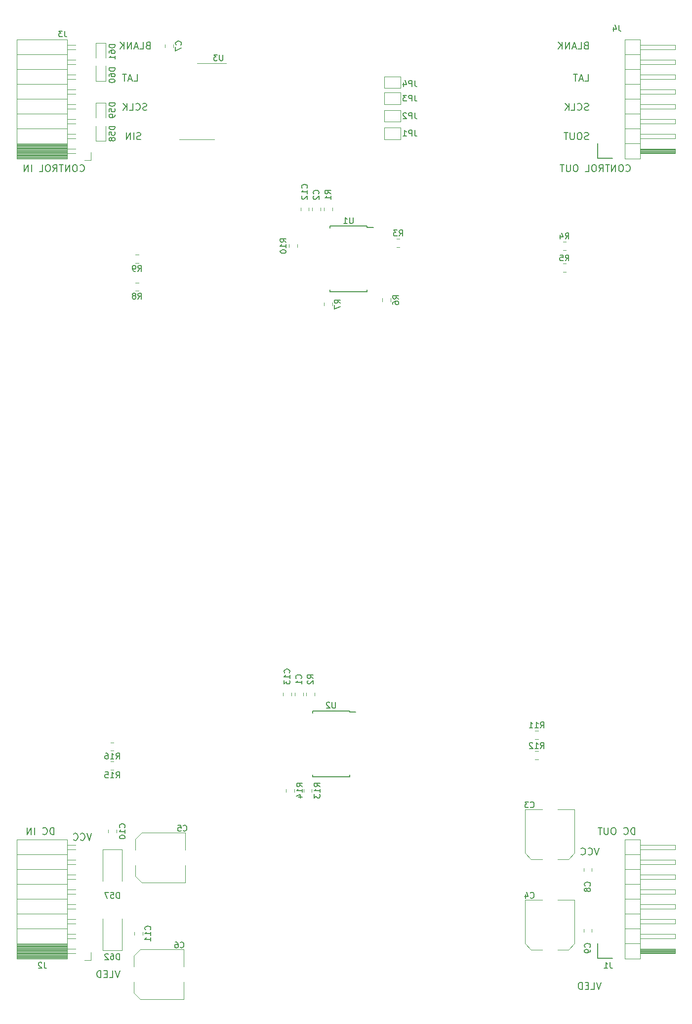
<source format=gbr>
G04 #@! TF.GenerationSoftware,KiCad,Pcbnew,(5.1.4)-1*
G04 #@! TF.CreationDate,2019-11-12T22:00:31+01:00*
G04 #@! TF.ProjectId,Digit,44696769-742e-46b6-9963-61645f706362,rev?*
G04 #@! TF.SameCoordinates,Original*
G04 #@! TF.FileFunction,Legend,Bot*
G04 #@! TF.FilePolarity,Positive*
%FSLAX46Y46*%
G04 Gerber Fmt 4.6, Leading zero omitted, Abs format (unit mm)*
G04 Created by KiCad (PCBNEW (5.1.4)-1) date 2019-11-12 22:00:31*
%MOMM*%
%LPD*%
G04 APERTURE LIST*
%ADD10C,0.200000*%
%ADD11C,0.120000*%
%ADD12C,0.150000*%
G04 APERTURE END LIST*
D10*
X168587142Y-187042857D02*
X168587142Y-185842857D01*
X168301428Y-185842857D01*
X168130000Y-185900000D01*
X168015714Y-186014285D01*
X167958571Y-186128571D01*
X167901428Y-186357142D01*
X167901428Y-186528571D01*
X167958571Y-186757142D01*
X168015714Y-186871428D01*
X168130000Y-186985714D01*
X168301428Y-187042857D01*
X168587142Y-187042857D01*
X166701428Y-186928571D02*
X166758571Y-186985714D01*
X166930000Y-187042857D01*
X167044285Y-187042857D01*
X167215714Y-186985714D01*
X167330000Y-186871428D01*
X167387142Y-186757142D01*
X167444285Y-186528571D01*
X167444285Y-186357142D01*
X167387142Y-186128571D01*
X167330000Y-186014285D01*
X167215714Y-185900000D01*
X167044285Y-185842857D01*
X166930000Y-185842857D01*
X166758571Y-185900000D01*
X166701428Y-185957142D01*
X165044285Y-185842857D02*
X164815714Y-185842857D01*
X164701428Y-185900000D01*
X164587142Y-186014285D01*
X164530000Y-186242857D01*
X164530000Y-186642857D01*
X164587142Y-186871428D01*
X164701428Y-186985714D01*
X164815714Y-187042857D01*
X165044285Y-187042857D01*
X165158571Y-186985714D01*
X165272857Y-186871428D01*
X165330000Y-186642857D01*
X165330000Y-186242857D01*
X165272857Y-186014285D01*
X165158571Y-185900000D01*
X165044285Y-185842857D01*
X164015714Y-185842857D02*
X164015714Y-186814285D01*
X163958571Y-186928571D01*
X163901428Y-186985714D01*
X163787142Y-187042857D01*
X163558571Y-187042857D01*
X163444285Y-186985714D01*
X163387142Y-186928571D01*
X163330000Y-186814285D01*
X163330000Y-185842857D01*
X162930000Y-185842857D02*
X162244285Y-185842857D01*
X162587142Y-187042857D02*
X162587142Y-185842857D01*
X68987142Y-187042857D02*
X68987142Y-185842857D01*
X68701428Y-185842857D01*
X68530000Y-185900000D01*
X68415714Y-186014285D01*
X68358571Y-186128571D01*
X68301428Y-186357142D01*
X68301428Y-186528571D01*
X68358571Y-186757142D01*
X68415714Y-186871428D01*
X68530000Y-186985714D01*
X68701428Y-187042857D01*
X68987142Y-187042857D01*
X67101428Y-186928571D02*
X67158571Y-186985714D01*
X67330000Y-187042857D01*
X67444285Y-187042857D01*
X67615714Y-186985714D01*
X67730000Y-186871428D01*
X67787142Y-186757142D01*
X67844285Y-186528571D01*
X67844285Y-186357142D01*
X67787142Y-186128571D01*
X67730000Y-186014285D01*
X67615714Y-185900000D01*
X67444285Y-185842857D01*
X67330000Y-185842857D01*
X67158571Y-185900000D01*
X67101428Y-185957142D01*
X65672857Y-187042857D02*
X65672857Y-185842857D01*
X65101428Y-187042857D02*
X65101428Y-185842857D01*
X64415714Y-187042857D01*
X64415714Y-185842857D01*
X167058571Y-73428571D02*
X167115714Y-73485714D01*
X167287142Y-73542857D01*
X167401428Y-73542857D01*
X167572857Y-73485714D01*
X167687142Y-73371428D01*
X167744285Y-73257142D01*
X167801428Y-73028571D01*
X167801428Y-72857142D01*
X167744285Y-72628571D01*
X167687142Y-72514285D01*
X167572857Y-72400000D01*
X167401428Y-72342857D01*
X167287142Y-72342857D01*
X167115714Y-72400000D01*
X167058571Y-72457142D01*
X166315714Y-72342857D02*
X166087142Y-72342857D01*
X165972857Y-72400000D01*
X165858571Y-72514285D01*
X165801428Y-72742857D01*
X165801428Y-73142857D01*
X165858571Y-73371428D01*
X165972857Y-73485714D01*
X166087142Y-73542857D01*
X166315714Y-73542857D01*
X166430000Y-73485714D01*
X166544285Y-73371428D01*
X166601428Y-73142857D01*
X166601428Y-72742857D01*
X166544285Y-72514285D01*
X166430000Y-72400000D01*
X166315714Y-72342857D01*
X165287142Y-73542857D02*
X165287142Y-72342857D01*
X164601428Y-73542857D01*
X164601428Y-72342857D01*
X164201428Y-72342857D02*
X163515714Y-72342857D01*
X163858571Y-73542857D02*
X163858571Y-72342857D01*
X162430000Y-73542857D02*
X162830000Y-72971428D01*
X163115714Y-73542857D02*
X163115714Y-72342857D01*
X162658571Y-72342857D01*
X162544285Y-72400000D01*
X162487142Y-72457142D01*
X162430000Y-72571428D01*
X162430000Y-72742857D01*
X162487142Y-72857142D01*
X162544285Y-72914285D01*
X162658571Y-72971428D01*
X163115714Y-72971428D01*
X161687142Y-72342857D02*
X161458571Y-72342857D01*
X161344285Y-72400000D01*
X161230000Y-72514285D01*
X161172857Y-72742857D01*
X161172857Y-73142857D01*
X161230000Y-73371428D01*
X161344285Y-73485714D01*
X161458571Y-73542857D01*
X161687142Y-73542857D01*
X161801428Y-73485714D01*
X161915714Y-73371428D01*
X161972857Y-73142857D01*
X161972857Y-72742857D01*
X161915714Y-72514285D01*
X161801428Y-72400000D01*
X161687142Y-72342857D01*
X160087142Y-73542857D02*
X160658571Y-73542857D01*
X160658571Y-72342857D01*
X158544285Y-72342857D02*
X158315714Y-72342857D01*
X158201428Y-72400000D01*
X158087142Y-72514285D01*
X158030000Y-72742857D01*
X158030000Y-73142857D01*
X158087142Y-73371428D01*
X158201428Y-73485714D01*
X158315714Y-73542857D01*
X158544285Y-73542857D01*
X158658571Y-73485714D01*
X158772857Y-73371428D01*
X158830000Y-73142857D01*
X158830000Y-72742857D01*
X158772857Y-72514285D01*
X158658571Y-72400000D01*
X158544285Y-72342857D01*
X157515714Y-72342857D02*
X157515714Y-73314285D01*
X157458571Y-73428571D01*
X157401428Y-73485714D01*
X157287142Y-73542857D01*
X157058571Y-73542857D01*
X156944285Y-73485714D01*
X156887142Y-73428571D01*
X156830000Y-73314285D01*
X156830000Y-72342857D01*
X156430000Y-72342857D02*
X155744285Y-72342857D01*
X156087142Y-73542857D02*
X156087142Y-72342857D01*
X73458571Y-73428571D02*
X73515714Y-73485714D01*
X73687142Y-73542857D01*
X73801428Y-73542857D01*
X73972857Y-73485714D01*
X74087142Y-73371428D01*
X74144285Y-73257142D01*
X74201428Y-73028571D01*
X74201428Y-72857142D01*
X74144285Y-72628571D01*
X74087142Y-72514285D01*
X73972857Y-72400000D01*
X73801428Y-72342857D01*
X73687142Y-72342857D01*
X73515714Y-72400000D01*
X73458571Y-72457142D01*
X72715714Y-72342857D02*
X72487142Y-72342857D01*
X72372857Y-72400000D01*
X72258571Y-72514285D01*
X72201428Y-72742857D01*
X72201428Y-73142857D01*
X72258571Y-73371428D01*
X72372857Y-73485714D01*
X72487142Y-73542857D01*
X72715714Y-73542857D01*
X72830000Y-73485714D01*
X72944285Y-73371428D01*
X73001428Y-73142857D01*
X73001428Y-72742857D01*
X72944285Y-72514285D01*
X72830000Y-72400000D01*
X72715714Y-72342857D01*
X71687142Y-73542857D02*
X71687142Y-72342857D01*
X71001428Y-73542857D01*
X71001428Y-72342857D01*
X70601428Y-72342857D02*
X69915714Y-72342857D01*
X70258571Y-73542857D02*
X70258571Y-72342857D01*
X68830000Y-73542857D02*
X69230000Y-72971428D01*
X69515714Y-73542857D02*
X69515714Y-72342857D01*
X69058571Y-72342857D01*
X68944285Y-72400000D01*
X68887142Y-72457142D01*
X68830000Y-72571428D01*
X68830000Y-72742857D01*
X68887142Y-72857142D01*
X68944285Y-72914285D01*
X69058571Y-72971428D01*
X69515714Y-72971428D01*
X68087142Y-72342857D02*
X67858571Y-72342857D01*
X67744285Y-72400000D01*
X67630000Y-72514285D01*
X67572857Y-72742857D01*
X67572857Y-73142857D01*
X67630000Y-73371428D01*
X67744285Y-73485714D01*
X67858571Y-73542857D01*
X68087142Y-73542857D01*
X68201428Y-73485714D01*
X68315714Y-73371428D01*
X68372857Y-73142857D01*
X68372857Y-72742857D01*
X68315714Y-72514285D01*
X68201428Y-72400000D01*
X68087142Y-72342857D01*
X66487142Y-73542857D02*
X67058571Y-73542857D01*
X67058571Y-72342857D01*
X65172857Y-73542857D02*
X65172857Y-72342857D01*
X64601428Y-73542857D02*
X64601428Y-72342857D01*
X63915714Y-73542857D01*
X63915714Y-72342857D01*
X162444285Y-189342857D02*
X162044285Y-190542857D01*
X161644285Y-189342857D01*
X160558571Y-190428571D02*
X160615714Y-190485714D01*
X160787142Y-190542857D01*
X160901428Y-190542857D01*
X161072857Y-190485714D01*
X161187142Y-190371428D01*
X161244285Y-190257142D01*
X161301428Y-190028571D01*
X161301428Y-189857142D01*
X161244285Y-189628571D01*
X161187142Y-189514285D01*
X161072857Y-189400000D01*
X160901428Y-189342857D01*
X160787142Y-189342857D01*
X160615714Y-189400000D01*
X160558571Y-189457142D01*
X159358571Y-190428571D02*
X159415714Y-190485714D01*
X159587142Y-190542857D01*
X159701428Y-190542857D01*
X159872857Y-190485714D01*
X159987142Y-190371428D01*
X160044285Y-190257142D01*
X160101428Y-190028571D01*
X160101428Y-189857142D01*
X160044285Y-189628571D01*
X159987142Y-189514285D01*
X159872857Y-189400000D01*
X159701428Y-189342857D01*
X159587142Y-189342857D01*
X159415714Y-189400000D01*
X159358571Y-189457142D01*
X162801428Y-212342857D02*
X162401428Y-213542857D01*
X162001428Y-212342857D01*
X161030000Y-213542857D02*
X161601428Y-213542857D01*
X161601428Y-212342857D01*
X160630000Y-212914285D02*
X160230000Y-212914285D01*
X160058571Y-213542857D02*
X160630000Y-213542857D01*
X160630000Y-212342857D01*
X160058571Y-212342857D01*
X159544285Y-213542857D02*
X159544285Y-212342857D01*
X159258571Y-212342857D01*
X159087142Y-212400000D01*
X158972857Y-212514285D01*
X158915714Y-212628571D01*
X158858571Y-212857142D01*
X158858571Y-213028571D01*
X158915714Y-213257142D01*
X158972857Y-213371428D01*
X159087142Y-213485714D01*
X159258571Y-213542857D01*
X159544285Y-213542857D01*
X75444285Y-186842857D02*
X75044285Y-188042857D01*
X74644285Y-186842857D01*
X73558571Y-187928571D02*
X73615714Y-187985714D01*
X73787142Y-188042857D01*
X73901428Y-188042857D01*
X74072857Y-187985714D01*
X74187142Y-187871428D01*
X74244285Y-187757142D01*
X74301428Y-187528571D01*
X74301428Y-187357142D01*
X74244285Y-187128571D01*
X74187142Y-187014285D01*
X74072857Y-186900000D01*
X73901428Y-186842857D01*
X73787142Y-186842857D01*
X73615714Y-186900000D01*
X73558571Y-186957142D01*
X72358571Y-187928571D02*
X72415714Y-187985714D01*
X72587142Y-188042857D01*
X72701428Y-188042857D01*
X72872857Y-187985714D01*
X72987142Y-187871428D01*
X73044285Y-187757142D01*
X73101428Y-187528571D01*
X73101428Y-187357142D01*
X73044285Y-187128571D01*
X72987142Y-187014285D01*
X72872857Y-186900000D01*
X72701428Y-186842857D01*
X72587142Y-186842857D01*
X72415714Y-186900000D01*
X72358571Y-186957142D01*
X80301428Y-210342857D02*
X79901428Y-211542857D01*
X79501428Y-210342857D01*
X78530000Y-211542857D02*
X79101428Y-211542857D01*
X79101428Y-210342857D01*
X78130000Y-210914285D02*
X77730000Y-210914285D01*
X77558571Y-211542857D02*
X78130000Y-211542857D01*
X78130000Y-210342857D01*
X77558571Y-210342857D01*
X77044285Y-211542857D02*
X77044285Y-210342857D01*
X76758571Y-210342857D01*
X76587142Y-210400000D01*
X76472857Y-210514285D01*
X76415714Y-210628571D01*
X76358571Y-210857142D01*
X76358571Y-211028571D01*
X76415714Y-211257142D01*
X76472857Y-211371428D01*
X76587142Y-211485714D01*
X76758571Y-211542857D01*
X77044285Y-211542857D01*
X160641428Y-62985714D02*
X160470000Y-63042857D01*
X160184285Y-63042857D01*
X160070000Y-62985714D01*
X160012857Y-62928571D01*
X159955714Y-62814285D01*
X159955714Y-62700000D01*
X160012857Y-62585714D01*
X160070000Y-62528571D01*
X160184285Y-62471428D01*
X160412857Y-62414285D01*
X160527142Y-62357142D01*
X160584285Y-62300000D01*
X160641428Y-62185714D01*
X160641428Y-62071428D01*
X160584285Y-61957142D01*
X160527142Y-61900000D01*
X160412857Y-61842857D01*
X160127142Y-61842857D01*
X159955714Y-61900000D01*
X158755714Y-62928571D02*
X158812857Y-62985714D01*
X158984285Y-63042857D01*
X159098571Y-63042857D01*
X159270000Y-62985714D01*
X159384285Y-62871428D01*
X159441428Y-62757142D01*
X159498571Y-62528571D01*
X159498571Y-62357142D01*
X159441428Y-62128571D01*
X159384285Y-62014285D01*
X159270000Y-61900000D01*
X159098571Y-61842857D01*
X158984285Y-61842857D01*
X158812857Y-61900000D01*
X158755714Y-61957142D01*
X157670000Y-63042857D02*
X158241428Y-63042857D01*
X158241428Y-61842857D01*
X157270000Y-63042857D02*
X157270000Y-61842857D01*
X156584285Y-63042857D02*
X157098571Y-62357142D01*
X156584285Y-61842857D02*
X157270000Y-62528571D01*
X160641428Y-67985714D02*
X160470000Y-68042857D01*
X160184285Y-68042857D01*
X160070000Y-67985714D01*
X160012857Y-67928571D01*
X159955714Y-67814285D01*
X159955714Y-67700000D01*
X160012857Y-67585714D01*
X160070000Y-67528571D01*
X160184285Y-67471428D01*
X160412857Y-67414285D01*
X160527142Y-67357142D01*
X160584285Y-67300000D01*
X160641428Y-67185714D01*
X160641428Y-67071428D01*
X160584285Y-66957142D01*
X160527142Y-66900000D01*
X160412857Y-66842857D01*
X160127142Y-66842857D01*
X159955714Y-66900000D01*
X159212857Y-66842857D02*
X158984285Y-66842857D01*
X158870000Y-66900000D01*
X158755714Y-67014285D01*
X158698571Y-67242857D01*
X158698571Y-67642857D01*
X158755714Y-67871428D01*
X158870000Y-67985714D01*
X158984285Y-68042857D01*
X159212857Y-68042857D01*
X159327142Y-67985714D01*
X159441428Y-67871428D01*
X159498571Y-67642857D01*
X159498571Y-67242857D01*
X159441428Y-67014285D01*
X159327142Y-66900000D01*
X159212857Y-66842857D01*
X158184285Y-66842857D02*
X158184285Y-67814285D01*
X158127142Y-67928571D01*
X158070000Y-67985714D01*
X157955714Y-68042857D01*
X157727142Y-68042857D01*
X157612857Y-67985714D01*
X157555714Y-67928571D01*
X157498571Y-67814285D01*
X157498571Y-66842857D01*
X157098571Y-66842857D02*
X156412857Y-66842857D01*
X156755714Y-68042857D02*
X156755714Y-66842857D01*
X160012857Y-58042857D02*
X160584285Y-58042857D01*
X160584285Y-56842857D01*
X159670000Y-57700000D02*
X159098571Y-57700000D01*
X159784285Y-58042857D02*
X159384285Y-56842857D01*
X158984285Y-58042857D01*
X158755714Y-56842857D02*
X158070000Y-56842857D01*
X158412857Y-58042857D02*
X158412857Y-56842857D01*
X160184285Y-51914285D02*
X160012857Y-51971428D01*
X159955714Y-52028571D01*
X159898571Y-52142857D01*
X159898571Y-52314285D01*
X159955714Y-52428571D01*
X160012857Y-52485714D01*
X160127142Y-52542857D01*
X160584285Y-52542857D01*
X160584285Y-51342857D01*
X160184285Y-51342857D01*
X160070000Y-51400000D01*
X160012857Y-51457142D01*
X159955714Y-51571428D01*
X159955714Y-51685714D01*
X160012857Y-51800000D01*
X160070000Y-51857142D01*
X160184285Y-51914285D01*
X160584285Y-51914285D01*
X158812857Y-52542857D02*
X159384285Y-52542857D01*
X159384285Y-51342857D01*
X158470000Y-52200000D02*
X157898571Y-52200000D01*
X158584285Y-52542857D02*
X158184285Y-51342857D01*
X157784285Y-52542857D01*
X157384285Y-52542857D02*
X157384285Y-51342857D01*
X156698571Y-52542857D01*
X156698571Y-51342857D01*
X156127142Y-52542857D02*
X156127142Y-51342857D01*
X155441428Y-52542857D02*
X155955714Y-51857142D01*
X155441428Y-51342857D02*
X156127142Y-52028571D01*
X83872857Y-67985714D02*
X83701428Y-68042857D01*
X83415714Y-68042857D01*
X83301428Y-67985714D01*
X83244285Y-67928571D01*
X83187142Y-67814285D01*
X83187142Y-67700000D01*
X83244285Y-67585714D01*
X83301428Y-67528571D01*
X83415714Y-67471428D01*
X83644285Y-67414285D01*
X83758571Y-67357142D01*
X83815714Y-67300000D01*
X83872857Y-67185714D01*
X83872857Y-67071428D01*
X83815714Y-66957142D01*
X83758571Y-66900000D01*
X83644285Y-66842857D01*
X83358571Y-66842857D01*
X83187142Y-66900000D01*
X82672857Y-68042857D02*
X82672857Y-66842857D01*
X82101428Y-68042857D02*
X82101428Y-66842857D01*
X81415714Y-68042857D01*
X81415714Y-66842857D01*
X84915714Y-62985714D02*
X84744285Y-63042857D01*
X84458571Y-63042857D01*
X84344285Y-62985714D01*
X84287142Y-62928571D01*
X84230000Y-62814285D01*
X84230000Y-62700000D01*
X84287142Y-62585714D01*
X84344285Y-62528571D01*
X84458571Y-62471428D01*
X84687142Y-62414285D01*
X84801428Y-62357142D01*
X84858571Y-62300000D01*
X84915714Y-62185714D01*
X84915714Y-62071428D01*
X84858571Y-61957142D01*
X84801428Y-61900000D01*
X84687142Y-61842857D01*
X84401428Y-61842857D01*
X84230000Y-61900000D01*
X83030000Y-62928571D02*
X83087142Y-62985714D01*
X83258571Y-63042857D01*
X83372857Y-63042857D01*
X83544285Y-62985714D01*
X83658571Y-62871428D01*
X83715714Y-62757142D01*
X83772857Y-62528571D01*
X83772857Y-62357142D01*
X83715714Y-62128571D01*
X83658571Y-62014285D01*
X83544285Y-61900000D01*
X83372857Y-61842857D01*
X83258571Y-61842857D01*
X83087142Y-61900000D01*
X83030000Y-61957142D01*
X81944285Y-63042857D02*
X82515714Y-63042857D01*
X82515714Y-61842857D01*
X81544285Y-63042857D02*
X81544285Y-61842857D01*
X80858571Y-63042857D02*
X81372857Y-62357142D01*
X80858571Y-61842857D02*
X81544285Y-62528571D01*
X82687142Y-58042857D02*
X83258571Y-58042857D01*
X83258571Y-56842857D01*
X82344285Y-57700000D02*
X81772857Y-57700000D01*
X82458571Y-58042857D02*
X82058571Y-56842857D01*
X81658571Y-58042857D01*
X81430000Y-56842857D02*
X80744285Y-56842857D01*
X81087142Y-58042857D02*
X81087142Y-56842857D01*
X85101428Y-51914285D02*
X84930000Y-51971428D01*
X84872857Y-52028571D01*
X84815714Y-52142857D01*
X84815714Y-52314285D01*
X84872857Y-52428571D01*
X84930000Y-52485714D01*
X85044285Y-52542857D01*
X85501428Y-52542857D01*
X85501428Y-51342857D01*
X85101428Y-51342857D01*
X84987142Y-51400000D01*
X84930000Y-51457142D01*
X84872857Y-51571428D01*
X84872857Y-51685714D01*
X84930000Y-51800000D01*
X84987142Y-51857142D01*
X85101428Y-51914285D01*
X85501428Y-51914285D01*
X83730000Y-52542857D02*
X84301428Y-52542857D01*
X84301428Y-51342857D01*
X83387142Y-52200000D02*
X82815714Y-52200000D01*
X83501428Y-52542857D02*
X83101428Y-51342857D01*
X82701428Y-52542857D01*
X82301428Y-52542857D02*
X82301428Y-51342857D01*
X81615714Y-52542857D01*
X81615714Y-51342857D01*
X81044285Y-52542857D02*
X81044285Y-51342857D01*
X80358571Y-52542857D02*
X80872857Y-51857142D01*
X80358571Y-51342857D02*
X81044285Y-52028571D01*
D11*
X78741422Y-171290000D02*
X79258578Y-171290000D01*
X78741422Y-172710000D02*
X79258578Y-172710000D01*
X78741422Y-174540000D02*
X79258578Y-174540000D01*
X78741422Y-175960000D02*
X79258578Y-175960000D01*
X108790000Y-179758578D02*
X108790000Y-179241422D01*
X110210000Y-179758578D02*
X110210000Y-179241422D01*
X111790000Y-179758578D02*
X111790000Y-179241422D01*
X113210000Y-179758578D02*
X113210000Y-179241422D01*
X152008578Y-174210000D02*
X151491422Y-174210000D01*
X152008578Y-172790000D02*
X151491422Y-172790000D01*
X152008578Y-170710000D02*
X151491422Y-170710000D01*
X152008578Y-169290000D02*
X151491422Y-169290000D01*
X110710000Y-85991422D02*
X110710000Y-86508578D01*
X109290000Y-85991422D02*
X109290000Y-86508578D01*
X82991422Y-87790000D02*
X83508578Y-87790000D01*
X82991422Y-89210000D02*
X83508578Y-89210000D01*
X82991422Y-92540000D02*
X83508578Y-92540000D01*
X82991422Y-93960000D02*
X83508578Y-93960000D01*
X115290000Y-96508578D02*
X115290000Y-95991422D01*
X116710000Y-96508578D02*
X116710000Y-95991422D01*
X125290000Y-95758578D02*
X125290000Y-95241422D01*
X126710000Y-95758578D02*
X126710000Y-95241422D01*
X156758578Y-90710000D02*
X156241422Y-90710000D01*
X156758578Y-89290000D02*
X156241422Y-89290000D01*
X156758578Y-86960000D02*
X156241422Y-86960000D01*
X156758578Y-85540000D02*
X156241422Y-85540000D01*
X128258578Y-86460000D02*
X127741422Y-86460000D01*
X128258578Y-85040000D02*
X127741422Y-85040000D01*
X82740000Y-207804437D02*
X83804437Y-206740000D01*
X82740000Y-214195563D02*
X83804437Y-215260000D01*
X82740000Y-214195563D02*
X82740000Y-212310000D01*
X82740000Y-207804437D02*
X82740000Y-209690000D01*
X83804437Y-206740000D02*
X91260000Y-206740000D01*
X83804437Y-215260000D02*
X91260000Y-215260000D01*
X91260000Y-215260000D02*
X91260000Y-212310000D01*
X91260000Y-206740000D02*
X91260000Y-209690000D01*
X82990000Y-187804437D02*
X84054437Y-186740000D01*
X82990000Y-194195563D02*
X84054437Y-195260000D01*
X82990000Y-194195563D02*
X82990000Y-192310000D01*
X82990000Y-187804437D02*
X82990000Y-189690000D01*
X84054437Y-186740000D02*
X91510000Y-186740000D01*
X84054437Y-195260000D02*
X91510000Y-195260000D01*
X91510000Y-195260000D02*
X91510000Y-192310000D01*
X91510000Y-186740000D02*
X91510000Y-189690000D01*
X150804437Y-206760000D02*
X149740000Y-205695563D01*
X157195563Y-206760000D02*
X158260000Y-205695563D01*
X157195563Y-206760000D02*
X155310000Y-206760000D01*
X150804437Y-206760000D02*
X152690000Y-206760000D01*
X149740000Y-205695563D02*
X149740000Y-198240000D01*
X158260000Y-205695563D02*
X158260000Y-198240000D01*
X158260000Y-198240000D02*
X155310000Y-198240000D01*
X149740000Y-198240000D02*
X152690000Y-198240000D01*
X150804437Y-191260000D02*
X149740000Y-190195563D01*
X157195563Y-191260000D02*
X158260000Y-190195563D01*
X157195563Y-191260000D02*
X155310000Y-191260000D01*
X150804437Y-191260000D02*
X152690000Y-191260000D01*
X149740000Y-190195563D02*
X149740000Y-182740000D01*
X158260000Y-190195563D02*
X158260000Y-182740000D01*
X158260000Y-182740000D02*
X155310000Y-182740000D01*
X149740000Y-182740000D02*
X152690000Y-182740000D01*
X108290000Y-163258578D02*
X108290000Y-162741422D01*
X109710000Y-163258578D02*
X109710000Y-162741422D01*
X111290000Y-80258578D02*
X111290000Y-79741422D01*
X112710000Y-80258578D02*
X112710000Y-79741422D01*
X125600000Y-59250000D02*
X128400000Y-59250000D01*
X128400000Y-59250000D02*
X128400000Y-57250000D01*
X128400000Y-57250000D02*
X125600000Y-57250000D01*
X125600000Y-57250000D02*
X125600000Y-59250000D01*
X125600000Y-62000000D02*
X128400000Y-62000000D01*
X128400000Y-62000000D02*
X128400000Y-60000000D01*
X128400000Y-60000000D02*
X125600000Y-60000000D01*
X125600000Y-60000000D02*
X125600000Y-62000000D01*
X125600000Y-65000000D02*
X128400000Y-65000000D01*
X128400000Y-65000000D02*
X128400000Y-63000000D01*
X128400000Y-63000000D02*
X125600000Y-63000000D01*
X125600000Y-63000000D02*
X125600000Y-65000000D01*
X125600000Y-68000000D02*
X128400000Y-68000000D01*
X128400000Y-68000000D02*
X128400000Y-66000000D01*
X128400000Y-66000000D02*
X125600000Y-66000000D01*
X125600000Y-66000000D02*
X125600000Y-68000000D01*
X80650000Y-206900000D02*
X80650000Y-201500000D01*
X77350000Y-206900000D02*
X77350000Y-201500000D01*
X80650000Y-206900000D02*
X77350000Y-206900000D01*
X76150000Y-51500000D02*
X76150000Y-54050000D01*
X77850000Y-51500000D02*
X77850000Y-54050000D01*
X76150000Y-51500000D02*
X77850000Y-51500000D01*
X77850000Y-58000000D02*
X77850000Y-55450000D01*
X76150000Y-58000000D02*
X76150000Y-55450000D01*
X77850000Y-58000000D02*
X76150000Y-58000000D01*
X76150000Y-61750000D02*
X76150000Y-64300000D01*
X77850000Y-61750000D02*
X77850000Y-64300000D01*
X76150000Y-61750000D02*
X77850000Y-61750000D01*
X77850000Y-68250000D02*
X77850000Y-65700000D01*
X76150000Y-68250000D02*
X76150000Y-65700000D01*
X77850000Y-68250000D02*
X76150000Y-68250000D01*
X77350000Y-189600000D02*
X77350000Y-195000000D01*
X80650000Y-189600000D02*
X80650000Y-195000000D01*
X77350000Y-189600000D02*
X80650000Y-189600000D01*
X82790000Y-204258578D02*
X82790000Y-203741422D01*
X84210000Y-204258578D02*
X84210000Y-203741422D01*
X78290000Y-186758578D02*
X78290000Y-186241422D01*
X79710000Y-186758578D02*
X79710000Y-186241422D01*
X159790000Y-203758578D02*
X159790000Y-203241422D01*
X161210000Y-203758578D02*
X161210000Y-203241422D01*
X161210000Y-192803922D02*
X161210000Y-193321078D01*
X159790000Y-192803922D02*
X159790000Y-193321078D01*
X88040000Y-52258578D02*
X88040000Y-51741422D01*
X89460000Y-52258578D02*
X89460000Y-51741422D01*
X98500000Y-54970000D02*
X93500000Y-54970000D01*
X96500000Y-68030000D02*
X90500000Y-68030000D01*
D12*
X120750000Y-166100000D02*
X119675000Y-166100000D01*
X119675000Y-166100000D02*
X119675000Y-165875000D01*
X119675000Y-165875000D02*
X113325000Y-165875000D01*
X113325000Y-165875000D02*
X113325000Y-166200000D01*
X119675000Y-176800000D02*
X119675000Y-177125000D01*
X119675000Y-177125000D02*
X113325000Y-177125000D01*
X113325000Y-177125000D02*
X113325000Y-176800000D01*
X162210000Y-71270000D02*
X162210000Y-68730000D01*
X164750000Y-71270000D02*
X162210000Y-71270000D01*
D11*
X166825000Y-71330000D02*
X166825000Y-50950000D01*
X169485000Y-71330000D02*
X169485000Y-50950000D01*
X169485000Y-60220000D02*
X175485000Y-60220000D01*
X175485000Y-70380000D02*
X175485000Y-69620000D01*
X175485000Y-59460000D02*
X169485000Y-59460000D01*
X169485000Y-65300000D02*
X175485000Y-65300000D01*
X166825000Y-56030000D02*
X169485000Y-56030000D01*
X169485000Y-52600000D02*
X175485000Y-52600000D01*
X166825000Y-58570000D02*
X169485000Y-58570000D01*
X166825000Y-50950000D02*
X169485000Y-50950000D01*
X166825000Y-61110000D02*
X169485000Y-61110000D01*
X166825000Y-63650000D02*
X169485000Y-63650000D01*
X169485000Y-70380000D02*
X175485000Y-70380000D01*
X175485000Y-54380000D02*
X169485000Y-54380000D01*
X169485000Y-70200000D02*
X175485000Y-70200000D01*
X175485000Y-67840000D02*
X175485000Y-67080000D01*
X166825000Y-66190000D02*
X169485000Y-66190000D01*
X175485000Y-51840000D02*
X169485000Y-51840000D01*
X169485000Y-70080000D02*
X175485000Y-70080000D01*
X166825000Y-68730000D02*
X169485000Y-68730000D01*
X169485000Y-70320000D02*
X175485000Y-70320000D01*
X175485000Y-52600000D02*
X175485000Y-51840000D01*
X175485000Y-60220000D02*
X175485000Y-59460000D01*
X169485000Y-55140000D02*
X175485000Y-55140000D01*
X169485000Y-67840000D02*
X175485000Y-67840000D01*
X175485000Y-56920000D02*
X169485000Y-56920000D01*
X175485000Y-67080000D02*
X169485000Y-67080000D01*
X175485000Y-57680000D02*
X175485000Y-56920000D01*
X175485000Y-65300000D02*
X175485000Y-64540000D01*
X169485000Y-62760000D02*
X175485000Y-62760000D01*
X169485000Y-69960000D02*
X175485000Y-69960000D01*
X169485000Y-57680000D02*
X175485000Y-57680000D01*
X175485000Y-55140000D02*
X175485000Y-54380000D01*
X175485000Y-62760000D02*
X175485000Y-62000000D01*
X169485000Y-69720000D02*
X175485000Y-69720000D01*
X175485000Y-62000000D02*
X169485000Y-62000000D01*
X175485000Y-64540000D02*
X169485000Y-64540000D01*
X166825000Y-53490000D02*
X169485000Y-53490000D01*
X175485000Y-69620000D02*
X169485000Y-69620000D01*
X169485000Y-69840000D02*
X175485000Y-69840000D01*
X169485000Y-71330000D02*
X166825000Y-71330000D01*
X71270000Y-51860000D02*
X72730000Y-51860000D01*
X71270000Y-52580000D02*
X72730000Y-52580000D01*
X71270000Y-54400000D02*
X72730000Y-54400000D01*
X71270000Y-55120000D02*
X72730000Y-55120000D01*
X71270000Y-56940000D02*
X72730000Y-56940000D01*
X71270000Y-57660000D02*
X72730000Y-57660000D01*
X71270000Y-59480000D02*
X72730000Y-59480000D01*
X71270000Y-60200000D02*
X72730000Y-60200000D01*
X71270000Y-62020000D02*
X72730000Y-62020000D01*
X71270000Y-62740000D02*
X72730000Y-62740000D01*
X71270000Y-64560000D02*
X72730000Y-64560000D01*
X71270000Y-65280000D02*
X72730000Y-65280000D01*
X71270000Y-67100000D02*
X72730000Y-67100000D01*
X71270000Y-67820000D02*
X72730000Y-67820000D01*
X74254000Y-71584000D02*
X75364000Y-71584000D01*
X75364000Y-71584000D02*
X75364000Y-70254000D01*
X62640000Y-71330000D02*
X62640000Y-50890000D01*
X62640000Y-50890000D02*
X71270000Y-50890000D01*
X71270000Y-71330000D02*
X71270000Y-50890000D01*
X62640000Y-71330000D02*
X71270000Y-71330000D01*
X62640000Y-53490000D02*
X71270000Y-53490000D01*
X62640000Y-56030000D02*
X71270000Y-56030000D01*
X62640000Y-58570000D02*
X71270000Y-58570000D01*
X62640000Y-61110000D02*
X71270000Y-61110000D01*
X62640000Y-63650000D02*
X71270000Y-63650000D01*
X62640000Y-66190000D02*
X71270000Y-66190000D01*
X62640000Y-68730000D02*
X71270000Y-68730000D01*
X71270000Y-69640000D02*
X72730000Y-69640000D01*
X71270000Y-70360000D02*
X72730000Y-70360000D01*
X62640000Y-68848100D02*
X71270000Y-68848100D01*
X62640000Y-68966195D02*
X71270000Y-68966195D01*
X62640000Y-69084290D02*
X71270000Y-69084290D01*
X62640000Y-69202385D02*
X71270000Y-69202385D01*
X62640000Y-69320480D02*
X71270000Y-69320480D01*
X62640000Y-69438575D02*
X71270000Y-69438575D01*
X62640000Y-69556670D02*
X71270000Y-69556670D01*
X62640000Y-69674765D02*
X71270000Y-69674765D01*
X62640000Y-69792860D02*
X71270000Y-69792860D01*
X62640000Y-69910955D02*
X71270000Y-69910955D01*
X62640000Y-70029050D02*
X71270000Y-70029050D01*
X62640000Y-70147145D02*
X71270000Y-70147145D01*
X62640000Y-70265240D02*
X71270000Y-70265240D01*
X62640000Y-70383335D02*
X71270000Y-70383335D01*
X62640000Y-70501430D02*
X71270000Y-70501430D01*
X62640000Y-70619525D02*
X71270000Y-70619525D01*
X62640000Y-70737620D02*
X71270000Y-70737620D01*
X62640000Y-70855715D02*
X71270000Y-70855715D01*
X62640000Y-70973810D02*
X71270000Y-70973810D01*
X62640000Y-71091905D02*
X71270000Y-71091905D01*
X62640000Y-71210000D02*
X71270000Y-71210000D01*
X71270000Y-188860000D02*
X72730000Y-188860000D01*
X71270000Y-189580000D02*
X72730000Y-189580000D01*
X71270000Y-191400000D02*
X72730000Y-191400000D01*
X71270000Y-192120000D02*
X72730000Y-192120000D01*
X71270000Y-193940000D02*
X72730000Y-193940000D01*
X71270000Y-194660000D02*
X72730000Y-194660000D01*
X71270000Y-196480000D02*
X72730000Y-196480000D01*
X71270000Y-197200000D02*
X72730000Y-197200000D01*
X71270000Y-199020000D02*
X72730000Y-199020000D01*
X71270000Y-199740000D02*
X72730000Y-199740000D01*
X71270000Y-201560000D02*
X72730000Y-201560000D01*
X71270000Y-202280000D02*
X72730000Y-202280000D01*
X71270000Y-204100000D02*
X72730000Y-204100000D01*
X71270000Y-204820000D02*
X72730000Y-204820000D01*
X74254000Y-208584000D02*
X75364000Y-208584000D01*
X75364000Y-208584000D02*
X75364000Y-207254000D01*
X62640000Y-208330000D02*
X62640000Y-187890000D01*
X62640000Y-187890000D02*
X71270000Y-187890000D01*
X71270000Y-208330000D02*
X71270000Y-187890000D01*
X62640000Y-208330000D02*
X71270000Y-208330000D01*
X62640000Y-190490000D02*
X71270000Y-190490000D01*
X62640000Y-193030000D02*
X71270000Y-193030000D01*
X62640000Y-195570000D02*
X71270000Y-195570000D01*
X62640000Y-198110000D02*
X71270000Y-198110000D01*
X62640000Y-200650000D02*
X71270000Y-200650000D01*
X62640000Y-203190000D02*
X71270000Y-203190000D01*
X62640000Y-205730000D02*
X71270000Y-205730000D01*
X71270000Y-206640000D02*
X72730000Y-206640000D01*
X71270000Y-207360000D02*
X72730000Y-207360000D01*
X62640000Y-205848100D02*
X71270000Y-205848100D01*
X62640000Y-205966195D02*
X71270000Y-205966195D01*
X62640000Y-206084290D02*
X71270000Y-206084290D01*
X62640000Y-206202385D02*
X71270000Y-206202385D01*
X62640000Y-206320480D02*
X71270000Y-206320480D01*
X62640000Y-206438575D02*
X71270000Y-206438575D01*
X62640000Y-206556670D02*
X71270000Y-206556670D01*
X62640000Y-206674765D02*
X71270000Y-206674765D01*
X62640000Y-206792860D02*
X71270000Y-206792860D01*
X62640000Y-206910955D02*
X71270000Y-206910955D01*
X62640000Y-207029050D02*
X71270000Y-207029050D01*
X62640000Y-207147145D02*
X71270000Y-207147145D01*
X62640000Y-207265240D02*
X71270000Y-207265240D01*
X62640000Y-207383335D02*
X71270000Y-207383335D01*
X62640000Y-207501430D02*
X71270000Y-207501430D01*
X62640000Y-207619525D02*
X71270000Y-207619525D01*
X62640000Y-207737620D02*
X71270000Y-207737620D01*
X62640000Y-207855715D02*
X71270000Y-207855715D01*
X62640000Y-207973810D02*
X71270000Y-207973810D01*
X62640000Y-208091905D02*
X71270000Y-208091905D01*
X62640000Y-208210000D02*
X71270000Y-208210000D01*
D12*
X162210000Y-208270000D02*
X162210000Y-205730000D01*
X164750000Y-208270000D02*
X162210000Y-208270000D01*
D11*
X166825000Y-208330000D02*
X166825000Y-187950000D01*
X169485000Y-208330000D02*
X169485000Y-187950000D01*
X169485000Y-197220000D02*
X175485000Y-197220000D01*
X175485000Y-207380000D02*
X175485000Y-206620000D01*
X175485000Y-196460000D02*
X169485000Y-196460000D01*
X169485000Y-202300000D02*
X175485000Y-202300000D01*
X166825000Y-193030000D02*
X169485000Y-193030000D01*
X169485000Y-189600000D02*
X175485000Y-189600000D01*
X166825000Y-195570000D02*
X169485000Y-195570000D01*
X166825000Y-187950000D02*
X169485000Y-187950000D01*
X166825000Y-198110000D02*
X169485000Y-198110000D01*
X166825000Y-200650000D02*
X169485000Y-200650000D01*
X169485000Y-207380000D02*
X175485000Y-207380000D01*
X175485000Y-191380000D02*
X169485000Y-191380000D01*
X169485000Y-207200000D02*
X175485000Y-207200000D01*
X175485000Y-204840000D02*
X175485000Y-204080000D01*
X166825000Y-203190000D02*
X169485000Y-203190000D01*
X175485000Y-188840000D02*
X169485000Y-188840000D01*
X169485000Y-207080000D02*
X175485000Y-207080000D01*
X166825000Y-205730000D02*
X169485000Y-205730000D01*
X169485000Y-207320000D02*
X175485000Y-207320000D01*
X175485000Y-189600000D02*
X175485000Y-188840000D01*
X175485000Y-197220000D02*
X175485000Y-196460000D01*
X169485000Y-192140000D02*
X175485000Y-192140000D01*
X169485000Y-204840000D02*
X175485000Y-204840000D01*
X175485000Y-193920000D02*
X169485000Y-193920000D01*
X175485000Y-204080000D02*
X169485000Y-204080000D01*
X175485000Y-194680000D02*
X175485000Y-193920000D01*
X175485000Y-202300000D02*
X175485000Y-201540000D01*
X169485000Y-199760000D02*
X175485000Y-199760000D01*
X169485000Y-206960000D02*
X175485000Y-206960000D01*
X169485000Y-194680000D02*
X175485000Y-194680000D01*
X175485000Y-192140000D02*
X175485000Y-191380000D01*
X175485000Y-199760000D02*
X175485000Y-199000000D01*
X169485000Y-206720000D02*
X175485000Y-206720000D01*
X175485000Y-199000000D02*
X169485000Y-199000000D01*
X175485000Y-201540000D02*
X169485000Y-201540000D01*
X166825000Y-190490000D02*
X169485000Y-190490000D01*
X175485000Y-206620000D02*
X169485000Y-206620000D01*
X169485000Y-206840000D02*
X175485000Y-206840000D01*
X169485000Y-208330000D02*
X166825000Y-208330000D01*
X116710000Y-80258578D02*
X116710000Y-79741422D01*
X115290000Y-80258578D02*
X115290000Y-79741422D01*
X113710000Y-163258578D02*
X113710000Y-162741422D01*
X112290000Y-163258578D02*
X112290000Y-162741422D01*
D12*
X123750000Y-83100000D02*
X122675000Y-83100000D01*
X122675000Y-83100000D02*
X122675000Y-82875000D01*
X122675000Y-82875000D02*
X116325000Y-82875000D01*
X116325000Y-82875000D02*
X116325000Y-83200000D01*
X122675000Y-93800000D02*
X122675000Y-94125000D01*
X122675000Y-94125000D02*
X116325000Y-94125000D01*
X116325000Y-94125000D02*
X116325000Y-93800000D01*
D11*
X111710000Y-163258578D02*
X111710000Y-162741422D01*
X110290000Y-163258578D02*
X110290000Y-162741422D01*
X114710000Y-80258578D02*
X114710000Y-79741422D01*
X113290000Y-80258578D02*
X113290000Y-79741422D01*
D12*
X79642857Y-174102380D02*
X79976190Y-173626190D01*
X80214285Y-174102380D02*
X80214285Y-173102380D01*
X79833333Y-173102380D01*
X79738095Y-173150000D01*
X79690476Y-173197619D01*
X79642857Y-173292857D01*
X79642857Y-173435714D01*
X79690476Y-173530952D01*
X79738095Y-173578571D01*
X79833333Y-173626190D01*
X80214285Y-173626190D01*
X78690476Y-174102380D02*
X79261904Y-174102380D01*
X78976190Y-174102380D02*
X78976190Y-173102380D01*
X79071428Y-173245238D01*
X79166666Y-173340476D01*
X79261904Y-173388095D01*
X77833333Y-173102380D02*
X78023809Y-173102380D01*
X78119047Y-173150000D01*
X78166666Y-173197619D01*
X78261904Y-173340476D01*
X78309523Y-173530952D01*
X78309523Y-173911904D01*
X78261904Y-174007142D01*
X78214285Y-174054761D01*
X78119047Y-174102380D01*
X77928571Y-174102380D01*
X77833333Y-174054761D01*
X77785714Y-174007142D01*
X77738095Y-173911904D01*
X77738095Y-173673809D01*
X77785714Y-173578571D01*
X77833333Y-173530952D01*
X77928571Y-173483333D01*
X78119047Y-173483333D01*
X78214285Y-173530952D01*
X78261904Y-173578571D01*
X78309523Y-173673809D01*
X79642857Y-177352380D02*
X79976190Y-176876190D01*
X80214285Y-177352380D02*
X80214285Y-176352380D01*
X79833333Y-176352380D01*
X79738095Y-176400000D01*
X79690476Y-176447619D01*
X79642857Y-176542857D01*
X79642857Y-176685714D01*
X79690476Y-176780952D01*
X79738095Y-176828571D01*
X79833333Y-176876190D01*
X80214285Y-176876190D01*
X78690476Y-177352380D02*
X79261904Y-177352380D01*
X78976190Y-177352380D02*
X78976190Y-176352380D01*
X79071428Y-176495238D01*
X79166666Y-176590476D01*
X79261904Y-176638095D01*
X77785714Y-176352380D02*
X78261904Y-176352380D01*
X78309523Y-176828571D01*
X78261904Y-176780952D01*
X78166666Y-176733333D01*
X77928571Y-176733333D01*
X77833333Y-176780952D01*
X77785714Y-176828571D01*
X77738095Y-176923809D01*
X77738095Y-177161904D01*
X77785714Y-177257142D01*
X77833333Y-177304761D01*
X77928571Y-177352380D01*
X78166666Y-177352380D01*
X78261904Y-177304761D01*
X78309523Y-177257142D01*
X111602380Y-178857142D02*
X111126190Y-178523809D01*
X111602380Y-178285714D02*
X110602380Y-178285714D01*
X110602380Y-178666666D01*
X110650000Y-178761904D01*
X110697619Y-178809523D01*
X110792857Y-178857142D01*
X110935714Y-178857142D01*
X111030952Y-178809523D01*
X111078571Y-178761904D01*
X111126190Y-178666666D01*
X111126190Y-178285714D01*
X111602380Y-179809523D02*
X111602380Y-179238095D01*
X111602380Y-179523809D02*
X110602380Y-179523809D01*
X110745238Y-179428571D01*
X110840476Y-179333333D01*
X110888095Y-179238095D01*
X110935714Y-180666666D02*
X111602380Y-180666666D01*
X110554761Y-180428571D02*
X111269047Y-180190476D01*
X111269047Y-180809523D01*
X114602380Y-178857142D02*
X114126190Y-178523809D01*
X114602380Y-178285714D02*
X113602380Y-178285714D01*
X113602380Y-178666666D01*
X113650000Y-178761904D01*
X113697619Y-178809523D01*
X113792857Y-178857142D01*
X113935714Y-178857142D01*
X114030952Y-178809523D01*
X114078571Y-178761904D01*
X114126190Y-178666666D01*
X114126190Y-178285714D01*
X114602380Y-179809523D02*
X114602380Y-179238095D01*
X114602380Y-179523809D02*
X113602380Y-179523809D01*
X113745238Y-179428571D01*
X113840476Y-179333333D01*
X113888095Y-179238095D01*
X113602380Y-180142857D02*
X113602380Y-180761904D01*
X113983333Y-180428571D01*
X113983333Y-180571428D01*
X114030952Y-180666666D01*
X114078571Y-180714285D01*
X114173809Y-180761904D01*
X114411904Y-180761904D01*
X114507142Y-180714285D01*
X114554761Y-180666666D01*
X114602380Y-180571428D01*
X114602380Y-180285714D01*
X114554761Y-180190476D01*
X114507142Y-180142857D01*
X152392857Y-172302380D02*
X152726190Y-171826190D01*
X152964285Y-172302380D02*
X152964285Y-171302380D01*
X152583333Y-171302380D01*
X152488095Y-171350000D01*
X152440476Y-171397619D01*
X152392857Y-171492857D01*
X152392857Y-171635714D01*
X152440476Y-171730952D01*
X152488095Y-171778571D01*
X152583333Y-171826190D01*
X152964285Y-171826190D01*
X151440476Y-172302380D02*
X152011904Y-172302380D01*
X151726190Y-172302380D02*
X151726190Y-171302380D01*
X151821428Y-171445238D01*
X151916666Y-171540476D01*
X152011904Y-171588095D01*
X151059523Y-171397619D02*
X151011904Y-171350000D01*
X150916666Y-171302380D01*
X150678571Y-171302380D01*
X150583333Y-171350000D01*
X150535714Y-171397619D01*
X150488095Y-171492857D01*
X150488095Y-171588095D01*
X150535714Y-171730952D01*
X151107142Y-172302380D01*
X150488095Y-172302380D01*
X152392857Y-168802380D02*
X152726190Y-168326190D01*
X152964285Y-168802380D02*
X152964285Y-167802380D01*
X152583333Y-167802380D01*
X152488095Y-167850000D01*
X152440476Y-167897619D01*
X152392857Y-167992857D01*
X152392857Y-168135714D01*
X152440476Y-168230952D01*
X152488095Y-168278571D01*
X152583333Y-168326190D01*
X152964285Y-168326190D01*
X151440476Y-168802380D02*
X152011904Y-168802380D01*
X151726190Y-168802380D02*
X151726190Y-167802380D01*
X151821428Y-167945238D01*
X151916666Y-168040476D01*
X152011904Y-168088095D01*
X150488095Y-168802380D02*
X151059523Y-168802380D01*
X150773809Y-168802380D02*
X150773809Y-167802380D01*
X150869047Y-167945238D01*
X150964285Y-168040476D01*
X151059523Y-168088095D01*
X108802380Y-85607142D02*
X108326190Y-85273809D01*
X108802380Y-85035714D02*
X107802380Y-85035714D01*
X107802380Y-85416666D01*
X107850000Y-85511904D01*
X107897619Y-85559523D01*
X107992857Y-85607142D01*
X108135714Y-85607142D01*
X108230952Y-85559523D01*
X108278571Y-85511904D01*
X108326190Y-85416666D01*
X108326190Y-85035714D01*
X108802380Y-86559523D02*
X108802380Y-85988095D01*
X108802380Y-86273809D02*
X107802380Y-86273809D01*
X107945238Y-86178571D01*
X108040476Y-86083333D01*
X108088095Y-85988095D01*
X107802380Y-87178571D02*
X107802380Y-87273809D01*
X107850000Y-87369047D01*
X107897619Y-87416666D01*
X107992857Y-87464285D01*
X108183333Y-87511904D01*
X108421428Y-87511904D01*
X108611904Y-87464285D01*
X108707142Y-87416666D01*
X108754761Y-87369047D01*
X108802380Y-87273809D01*
X108802380Y-87178571D01*
X108754761Y-87083333D01*
X108707142Y-87035714D01*
X108611904Y-86988095D01*
X108421428Y-86940476D01*
X108183333Y-86940476D01*
X107992857Y-86988095D01*
X107897619Y-87035714D01*
X107850000Y-87083333D01*
X107802380Y-87178571D01*
X83416666Y-90602380D02*
X83750000Y-90126190D01*
X83988095Y-90602380D02*
X83988095Y-89602380D01*
X83607142Y-89602380D01*
X83511904Y-89650000D01*
X83464285Y-89697619D01*
X83416666Y-89792857D01*
X83416666Y-89935714D01*
X83464285Y-90030952D01*
X83511904Y-90078571D01*
X83607142Y-90126190D01*
X83988095Y-90126190D01*
X82940476Y-90602380D02*
X82750000Y-90602380D01*
X82654761Y-90554761D01*
X82607142Y-90507142D01*
X82511904Y-90364285D01*
X82464285Y-90173809D01*
X82464285Y-89792857D01*
X82511904Y-89697619D01*
X82559523Y-89650000D01*
X82654761Y-89602380D01*
X82845238Y-89602380D01*
X82940476Y-89650000D01*
X82988095Y-89697619D01*
X83035714Y-89792857D01*
X83035714Y-90030952D01*
X82988095Y-90126190D01*
X82940476Y-90173809D01*
X82845238Y-90221428D01*
X82654761Y-90221428D01*
X82559523Y-90173809D01*
X82511904Y-90126190D01*
X82464285Y-90030952D01*
X83416666Y-95352380D02*
X83750000Y-94876190D01*
X83988095Y-95352380D02*
X83988095Y-94352380D01*
X83607142Y-94352380D01*
X83511904Y-94400000D01*
X83464285Y-94447619D01*
X83416666Y-94542857D01*
X83416666Y-94685714D01*
X83464285Y-94780952D01*
X83511904Y-94828571D01*
X83607142Y-94876190D01*
X83988095Y-94876190D01*
X82845238Y-94780952D02*
X82940476Y-94733333D01*
X82988095Y-94685714D01*
X83035714Y-94590476D01*
X83035714Y-94542857D01*
X82988095Y-94447619D01*
X82940476Y-94400000D01*
X82845238Y-94352380D01*
X82654761Y-94352380D01*
X82559523Y-94400000D01*
X82511904Y-94447619D01*
X82464285Y-94542857D01*
X82464285Y-94590476D01*
X82511904Y-94685714D01*
X82559523Y-94733333D01*
X82654761Y-94780952D01*
X82845238Y-94780952D01*
X82940476Y-94828571D01*
X82988095Y-94876190D01*
X83035714Y-94971428D01*
X83035714Y-95161904D01*
X82988095Y-95257142D01*
X82940476Y-95304761D01*
X82845238Y-95352380D01*
X82654761Y-95352380D01*
X82559523Y-95304761D01*
X82511904Y-95257142D01*
X82464285Y-95161904D01*
X82464285Y-94971428D01*
X82511904Y-94876190D01*
X82559523Y-94828571D01*
X82654761Y-94780952D01*
X118102380Y-96083333D02*
X117626190Y-95750000D01*
X118102380Y-95511904D02*
X117102380Y-95511904D01*
X117102380Y-95892857D01*
X117150000Y-95988095D01*
X117197619Y-96035714D01*
X117292857Y-96083333D01*
X117435714Y-96083333D01*
X117530952Y-96035714D01*
X117578571Y-95988095D01*
X117626190Y-95892857D01*
X117626190Y-95511904D01*
X117102380Y-96416666D02*
X117102380Y-97083333D01*
X118102380Y-96654761D01*
X128102380Y-95333333D02*
X127626190Y-95000000D01*
X128102380Y-94761904D02*
X127102380Y-94761904D01*
X127102380Y-95142857D01*
X127150000Y-95238095D01*
X127197619Y-95285714D01*
X127292857Y-95333333D01*
X127435714Y-95333333D01*
X127530952Y-95285714D01*
X127578571Y-95238095D01*
X127626190Y-95142857D01*
X127626190Y-94761904D01*
X127102380Y-96190476D02*
X127102380Y-96000000D01*
X127150000Y-95904761D01*
X127197619Y-95857142D01*
X127340476Y-95761904D01*
X127530952Y-95714285D01*
X127911904Y-95714285D01*
X128007142Y-95761904D01*
X128054761Y-95809523D01*
X128102380Y-95904761D01*
X128102380Y-96095238D01*
X128054761Y-96190476D01*
X128007142Y-96238095D01*
X127911904Y-96285714D01*
X127673809Y-96285714D01*
X127578571Y-96238095D01*
X127530952Y-96190476D01*
X127483333Y-96095238D01*
X127483333Y-95904761D01*
X127530952Y-95809523D01*
X127578571Y-95761904D01*
X127673809Y-95714285D01*
X156666666Y-88802380D02*
X157000000Y-88326190D01*
X157238095Y-88802380D02*
X157238095Y-87802380D01*
X156857142Y-87802380D01*
X156761904Y-87850000D01*
X156714285Y-87897619D01*
X156666666Y-87992857D01*
X156666666Y-88135714D01*
X156714285Y-88230952D01*
X156761904Y-88278571D01*
X156857142Y-88326190D01*
X157238095Y-88326190D01*
X155761904Y-87802380D02*
X156238095Y-87802380D01*
X156285714Y-88278571D01*
X156238095Y-88230952D01*
X156142857Y-88183333D01*
X155904761Y-88183333D01*
X155809523Y-88230952D01*
X155761904Y-88278571D01*
X155714285Y-88373809D01*
X155714285Y-88611904D01*
X155761904Y-88707142D01*
X155809523Y-88754761D01*
X155904761Y-88802380D01*
X156142857Y-88802380D01*
X156238095Y-88754761D01*
X156285714Y-88707142D01*
X156666666Y-85052380D02*
X157000000Y-84576190D01*
X157238095Y-85052380D02*
X157238095Y-84052380D01*
X156857142Y-84052380D01*
X156761904Y-84100000D01*
X156714285Y-84147619D01*
X156666666Y-84242857D01*
X156666666Y-84385714D01*
X156714285Y-84480952D01*
X156761904Y-84528571D01*
X156857142Y-84576190D01*
X157238095Y-84576190D01*
X155809523Y-84385714D02*
X155809523Y-85052380D01*
X156047619Y-84004761D02*
X156285714Y-84719047D01*
X155666666Y-84719047D01*
X128166666Y-84552380D02*
X128500000Y-84076190D01*
X128738095Y-84552380D02*
X128738095Y-83552380D01*
X128357142Y-83552380D01*
X128261904Y-83600000D01*
X128214285Y-83647619D01*
X128166666Y-83742857D01*
X128166666Y-83885714D01*
X128214285Y-83980952D01*
X128261904Y-84028571D01*
X128357142Y-84076190D01*
X128738095Y-84076190D01*
X127833333Y-83552380D02*
X127214285Y-83552380D01*
X127547619Y-83933333D01*
X127404761Y-83933333D01*
X127309523Y-83980952D01*
X127261904Y-84028571D01*
X127214285Y-84123809D01*
X127214285Y-84361904D01*
X127261904Y-84457142D01*
X127309523Y-84504761D01*
X127404761Y-84552380D01*
X127690476Y-84552380D01*
X127785714Y-84504761D01*
X127833333Y-84457142D01*
X90666666Y-206357142D02*
X90714285Y-206404761D01*
X90857142Y-206452380D01*
X90952380Y-206452380D01*
X91095238Y-206404761D01*
X91190476Y-206309523D01*
X91238095Y-206214285D01*
X91285714Y-206023809D01*
X91285714Y-205880952D01*
X91238095Y-205690476D01*
X91190476Y-205595238D01*
X91095238Y-205500000D01*
X90952380Y-205452380D01*
X90857142Y-205452380D01*
X90714285Y-205500000D01*
X90666666Y-205547619D01*
X89809523Y-205452380D02*
X90000000Y-205452380D01*
X90095238Y-205500000D01*
X90142857Y-205547619D01*
X90238095Y-205690476D01*
X90285714Y-205880952D01*
X90285714Y-206261904D01*
X90238095Y-206357142D01*
X90190476Y-206404761D01*
X90095238Y-206452380D01*
X89904761Y-206452380D01*
X89809523Y-206404761D01*
X89761904Y-206357142D01*
X89714285Y-206261904D01*
X89714285Y-206023809D01*
X89761904Y-205928571D01*
X89809523Y-205880952D01*
X89904761Y-205833333D01*
X90095238Y-205833333D01*
X90190476Y-205880952D01*
X90238095Y-205928571D01*
X90285714Y-206023809D01*
X91166666Y-186357142D02*
X91214285Y-186404761D01*
X91357142Y-186452380D01*
X91452380Y-186452380D01*
X91595238Y-186404761D01*
X91690476Y-186309523D01*
X91738095Y-186214285D01*
X91785714Y-186023809D01*
X91785714Y-185880952D01*
X91738095Y-185690476D01*
X91690476Y-185595238D01*
X91595238Y-185500000D01*
X91452380Y-185452380D01*
X91357142Y-185452380D01*
X91214285Y-185500000D01*
X91166666Y-185547619D01*
X90261904Y-185452380D02*
X90738095Y-185452380D01*
X90785714Y-185928571D01*
X90738095Y-185880952D01*
X90642857Y-185833333D01*
X90404761Y-185833333D01*
X90309523Y-185880952D01*
X90261904Y-185928571D01*
X90214285Y-186023809D01*
X90214285Y-186261904D01*
X90261904Y-186357142D01*
X90309523Y-186404761D01*
X90404761Y-186452380D01*
X90642857Y-186452380D01*
X90738095Y-186404761D01*
X90785714Y-186357142D01*
X150666666Y-197857142D02*
X150714285Y-197904761D01*
X150857142Y-197952380D01*
X150952380Y-197952380D01*
X151095238Y-197904761D01*
X151190476Y-197809523D01*
X151238095Y-197714285D01*
X151285714Y-197523809D01*
X151285714Y-197380952D01*
X151238095Y-197190476D01*
X151190476Y-197095238D01*
X151095238Y-197000000D01*
X150952380Y-196952380D01*
X150857142Y-196952380D01*
X150714285Y-197000000D01*
X150666666Y-197047619D01*
X149809523Y-197285714D02*
X149809523Y-197952380D01*
X150047619Y-196904761D02*
X150285714Y-197619047D01*
X149666666Y-197619047D01*
X150666666Y-182357142D02*
X150714285Y-182404761D01*
X150857142Y-182452380D01*
X150952380Y-182452380D01*
X151095238Y-182404761D01*
X151190476Y-182309523D01*
X151238095Y-182214285D01*
X151285714Y-182023809D01*
X151285714Y-181880952D01*
X151238095Y-181690476D01*
X151190476Y-181595238D01*
X151095238Y-181500000D01*
X150952380Y-181452380D01*
X150857142Y-181452380D01*
X150714285Y-181500000D01*
X150666666Y-181547619D01*
X150333333Y-181452380D02*
X149714285Y-181452380D01*
X150047619Y-181833333D01*
X149904761Y-181833333D01*
X149809523Y-181880952D01*
X149761904Y-181928571D01*
X149714285Y-182023809D01*
X149714285Y-182261904D01*
X149761904Y-182357142D01*
X149809523Y-182404761D01*
X149904761Y-182452380D01*
X150190476Y-182452380D01*
X150285714Y-182404761D01*
X150333333Y-182357142D01*
X109357142Y-159357142D02*
X109404761Y-159309523D01*
X109452380Y-159166666D01*
X109452380Y-159071428D01*
X109404761Y-158928571D01*
X109309523Y-158833333D01*
X109214285Y-158785714D01*
X109023809Y-158738095D01*
X108880952Y-158738095D01*
X108690476Y-158785714D01*
X108595238Y-158833333D01*
X108500000Y-158928571D01*
X108452380Y-159071428D01*
X108452380Y-159166666D01*
X108500000Y-159309523D01*
X108547619Y-159357142D01*
X109452380Y-160309523D02*
X109452380Y-159738095D01*
X109452380Y-160023809D02*
X108452380Y-160023809D01*
X108595238Y-159928571D01*
X108690476Y-159833333D01*
X108738095Y-159738095D01*
X108452380Y-160642857D02*
X108452380Y-161261904D01*
X108833333Y-160928571D01*
X108833333Y-161071428D01*
X108880952Y-161166666D01*
X108928571Y-161214285D01*
X109023809Y-161261904D01*
X109261904Y-161261904D01*
X109357142Y-161214285D01*
X109404761Y-161166666D01*
X109452380Y-161071428D01*
X109452380Y-160785714D01*
X109404761Y-160690476D01*
X109357142Y-160642857D01*
X112357142Y-76357142D02*
X112404761Y-76309523D01*
X112452380Y-76166666D01*
X112452380Y-76071428D01*
X112404761Y-75928571D01*
X112309523Y-75833333D01*
X112214285Y-75785714D01*
X112023809Y-75738095D01*
X111880952Y-75738095D01*
X111690476Y-75785714D01*
X111595238Y-75833333D01*
X111500000Y-75928571D01*
X111452380Y-76071428D01*
X111452380Y-76166666D01*
X111500000Y-76309523D01*
X111547619Y-76357142D01*
X112452380Y-77309523D02*
X112452380Y-76738095D01*
X112452380Y-77023809D02*
X111452380Y-77023809D01*
X111595238Y-76928571D01*
X111690476Y-76833333D01*
X111738095Y-76738095D01*
X111547619Y-77690476D02*
X111500000Y-77738095D01*
X111452380Y-77833333D01*
X111452380Y-78071428D01*
X111500000Y-78166666D01*
X111547619Y-78214285D01*
X111642857Y-78261904D01*
X111738095Y-78261904D01*
X111880952Y-78214285D01*
X112452380Y-77642857D01*
X112452380Y-78261904D01*
X130833333Y-57952380D02*
X130833333Y-58666666D01*
X130880952Y-58809523D01*
X130976190Y-58904761D01*
X131119047Y-58952380D01*
X131214285Y-58952380D01*
X130357142Y-58952380D02*
X130357142Y-57952380D01*
X129976190Y-57952380D01*
X129880952Y-58000000D01*
X129833333Y-58047619D01*
X129785714Y-58142857D01*
X129785714Y-58285714D01*
X129833333Y-58380952D01*
X129880952Y-58428571D01*
X129976190Y-58476190D01*
X130357142Y-58476190D01*
X128928571Y-58285714D02*
X128928571Y-58952380D01*
X129166666Y-57904761D02*
X129404761Y-58619047D01*
X128785714Y-58619047D01*
X130833333Y-60452380D02*
X130833333Y-61166666D01*
X130880952Y-61309523D01*
X130976190Y-61404761D01*
X131119047Y-61452380D01*
X131214285Y-61452380D01*
X130357142Y-61452380D02*
X130357142Y-60452380D01*
X129976190Y-60452380D01*
X129880952Y-60500000D01*
X129833333Y-60547619D01*
X129785714Y-60642857D01*
X129785714Y-60785714D01*
X129833333Y-60880952D01*
X129880952Y-60928571D01*
X129976190Y-60976190D01*
X130357142Y-60976190D01*
X129452380Y-60452380D02*
X128833333Y-60452380D01*
X129166666Y-60833333D01*
X129023809Y-60833333D01*
X128928571Y-60880952D01*
X128880952Y-60928571D01*
X128833333Y-61023809D01*
X128833333Y-61261904D01*
X128880952Y-61357142D01*
X128928571Y-61404761D01*
X129023809Y-61452380D01*
X129309523Y-61452380D01*
X129404761Y-61404761D01*
X129452380Y-61357142D01*
X130833333Y-63452380D02*
X130833333Y-64166666D01*
X130880952Y-64309523D01*
X130976190Y-64404761D01*
X131119047Y-64452380D01*
X131214285Y-64452380D01*
X130357142Y-64452380D02*
X130357142Y-63452380D01*
X129976190Y-63452380D01*
X129880952Y-63500000D01*
X129833333Y-63547619D01*
X129785714Y-63642857D01*
X129785714Y-63785714D01*
X129833333Y-63880952D01*
X129880952Y-63928571D01*
X129976190Y-63976190D01*
X130357142Y-63976190D01*
X129404761Y-63547619D02*
X129357142Y-63500000D01*
X129261904Y-63452380D01*
X129023809Y-63452380D01*
X128928571Y-63500000D01*
X128880952Y-63547619D01*
X128833333Y-63642857D01*
X128833333Y-63738095D01*
X128880952Y-63880952D01*
X129452380Y-64452380D01*
X128833333Y-64452380D01*
X130833333Y-66452380D02*
X130833333Y-67166666D01*
X130880952Y-67309523D01*
X130976190Y-67404761D01*
X131119047Y-67452380D01*
X131214285Y-67452380D01*
X130357142Y-67452380D02*
X130357142Y-66452380D01*
X129976190Y-66452380D01*
X129880952Y-66500000D01*
X129833333Y-66547619D01*
X129785714Y-66642857D01*
X129785714Y-66785714D01*
X129833333Y-66880952D01*
X129880952Y-66928571D01*
X129976190Y-66976190D01*
X130357142Y-66976190D01*
X128833333Y-67452380D02*
X129404761Y-67452380D01*
X129119047Y-67452380D02*
X129119047Y-66452380D01*
X129214285Y-66595238D01*
X129309523Y-66690476D01*
X129404761Y-66738095D01*
X80214285Y-208452380D02*
X80214285Y-207452380D01*
X79976190Y-207452380D01*
X79833333Y-207500000D01*
X79738095Y-207595238D01*
X79690476Y-207690476D01*
X79642857Y-207880952D01*
X79642857Y-208023809D01*
X79690476Y-208214285D01*
X79738095Y-208309523D01*
X79833333Y-208404761D01*
X79976190Y-208452380D01*
X80214285Y-208452380D01*
X78785714Y-207452380D02*
X78976190Y-207452380D01*
X79071428Y-207500000D01*
X79119047Y-207547619D01*
X79214285Y-207690476D01*
X79261904Y-207880952D01*
X79261904Y-208261904D01*
X79214285Y-208357142D01*
X79166666Y-208404761D01*
X79071428Y-208452380D01*
X78880952Y-208452380D01*
X78785714Y-208404761D01*
X78738095Y-208357142D01*
X78690476Y-208261904D01*
X78690476Y-208023809D01*
X78738095Y-207928571D01*
X78785714Y-207880952D01*
X78880952Y-207833333D01*
X79071428Y-207833333D01*
X79166666Y-207880952D01*
X79214285Y-207928571D01*
X79261904Y-208023809D01*
X78309523Y-207547619D02*
X78261904Y-207500000D01*
X78166666Y-207452380D01*
X77928571Y-207452380D01*
X77833333Y-207500000D01*
X77785714Y-207547619D01*
X77738095Y-207642857D01*
X77738095Y-207738095D01*
X77785714Y-207880952D01*
X78357142Y-208452380D01*
X77738095Y-208452380D01*
X79452380Y-51785714D02*
X78452380Y-51785714D01*
X78452380Y-52023809D01*
X78500000Y-52166666D01*
X78595238Y-52261904D01*
X78690476Y-52309523D01*
X78880952Y-52357142D01*
X79023809Y-52357142D01*
X79214285Y-52309523D01*
X79309523Y-52261904D01*
X79404761Y-52166666D01*
X79452380Y-52023809D01*
X79452380Y-51785714D01*
X78452380Y-53214285D02*
X78452380Y-53023809D01*
X78500000Y-52928571D01*
X78547619Y-52880952D01*
X78690476Y-52785714D01*
X78880952Y-52738095D01*
X79261904Y-52738095D01*
X79357142Y-52785714D01*
X79404761Y-52833333D01*
X79452380Y-52928571D01*
X79452380Y-53119047D01*
X79404761Y-53214285D01*
X79357142Y-53261904D01*
X79261904Y-53309523D01*
X79023809Y-53309523D01*
X78928571Y-53261904D01*
X78880952Y-53214285D01*
X78833333Y-53119047D01*
X78833333Y-52928571D01*
X78880952Y-52833333D01*
X78928571Y-52785714D01*
X79023809Y-52738095D01*
X79452380Y-54261904D02*
X79452380Y-53690476D01*
X79452380Y-53976190D02*
X78452380Y-53976190D01*
X78595238Y-53880952D01*
X78690476Y-53785714D01*
X78738095Y-53690476D01*
X79452380Y-55785714D02*
X78452380Y-55785714D01*
X78452380Y-56023809D01*
X78500000Y-56166666D01*
X78595238Y-56261904D01*
X78690476Y-56309523D01*
X78880952Y-56357142D01*
X79023809Y-56357142D01*
X79214285Y-56309523D01*
X79309523Y-56261904D01*
X79404761Y-56166666D01*
X79452380Y-56023809D01*
X79452380Y-55785714D01*
X78452380Y-57214285D02*
X78452380Y-57023809D01*
X78500000Y-56928571D01*
X78547619Y-56880952D01*
X78690476Y-56785714D01*
X78880952Y-56738095D01*
X79261904Y-56738095D01*
X79357142Y-56785714D01*
X79404761Y-56833333D01*
X79452380Y-56928571D01*
X79452380Y-57119047D01*
X79404761Y-57214285D01*
X79357142Y-57261904D01*
X79261904Y-57309523D01*
X79023809Y-57309523D01*
X78928571Y-57261904D01*
X78880952Y-57214285D01*
X78833333Y-57119047D01*
X78833333Y-56928571D01*
X78880952Y-56833333D01*
X78928571Y-56785714D01*
X79023809Y-56738095D01*
X78452380Y-57928571D02*
X78452380Y-58023809D01*
X78500000Y-58119047D01*
X78547619Y-58166666D01*
X78642857Y-58214285D01*
X78833333Y-58261904D01*
X79071428Y-58261904D01*
X79261904Y-58214285D01*
X79357142Y-58166666D01*
X79404761Y-58119047D01*
X79452380Y-58023809D01*
X79452380Y-57928571D01*
X79404761Y-57833333D01*
X79357142Y-57785714D01*
X79261904Y-57738095D01*
X79071428Y-57690476D01*
X78833333Y-57690476D01*
X78642857Y-57738095D01*
X78547619Y-57785714D01*
X78500000Y-57833333D01*
X78452380Y-57928571D01*
X79452380Y-61785714D02*
X78452380Y-61785714D01*
X78452380Y-62023809D01*
X78500000Y-62166666D01*
X78595238Y-62261904D01*
X78690476Y-62309523D01*
X78880952Y-62357142D01*
X79023809Y-62357142D01*
X79214285Y-62309523D01*
X79309523Y-62261904D01*
X79404761Y-62166666D01*
X79452380Y-62023809D01*
X79452380Y-61785714D01*
X78452380Y-63261904D02*
X78452380Y-62785714D01*
X78928571Y-62738095D01*
X78880952Y-62785714D01*
X78833333Y-62880952D01*
X78833333Y-63119047D01*
X78880952Y-63214285D01*
X78928571Y-63261904D01*
X79023809Y-63309523D01*
X79261904Y-63309523D01*
X79357142Y-63261904D01*
X79404761Y-63214285D01*
X79452380Y-63119047D01*
X79452380Y-62880952D01*
X79404761Y-62785714D01*
X79357142Y-62738095D01*
X79452380Y-63785714D02*
X79452380Y-63976190D01*
X79404761Y-64071428D01*
X79357142Y-64119047D01*
X79214285Y-64214285D01*
X79023809Y-64261904D01*
X78642857Y-64261904D01*
X78547619Y-64214285D01*
X78500000Y-64166666D01*
X78452380Y-64071428D01*
X78452380Y-63880952D01*
X78500000Y-63785714D01*
X78547619Y-63738095D01*
X78642857Y-63690476D01*
X78880952Y-63690476D01*
X78976190Y-63738095D01*
X79023809Y-63785714D01*
X79071428Y-63880952D01*
X79071428Y-64071428D01*
X79023809Y-64166666D01*
X78976190Y-64214285D01*
X78880952Y-64261904D01*
X79452380Y-65785714D02*
X78452380Y-65785714D01*
X78452380Y-66023809D01*
X78500000Y-66166666D01*
X78595238Y-66261904D01*
X78690476Y-66309523D01*
X78880952Y-66357142D01*
X79023809Y-66357142D01*
X79214285Y-66309523D01*
X79309523Y-66261904D01*
X79404761Y-66166666D01*
X79452380Y-66023809D01*
X79452380Y-65785714D01*
X78452380Y-67261904D02*
X78452380Y-66785714D01*
X78928571Y-66738095D01*
X78880952Y-66785714D01*
X78833333Y-66880952D01*
X78833333Y-67119047D01*
X78880952Y-67214285D01*
X78928571Y-67261904D01*
X79023809Y-67309523D01*
X79261904Y-67309523D01*
X79357142Y-67261904D01*
X79404761Y-67214285D01*
X79452380Y-67119047D01*
X79452380Y-66880952D01*
X79404761Y-66785714D01*
X79357142Y-66738095D01*
X78880952Y-67880952D02*
X78833333Y-67785714D01*
X78785714Y-67738095D01*
X78690476Y-67690476D01*
X78642857Y-67690476D01*
X78547619Y-67738095D01*
X78500000Y-67785714D01*
X78452380Y-67880952D01*
X78452380Y-68071428D01*
X78500000Y-68166666D01*
X78547619Y-68214285D01*
X78642857Y-68261904D01*
X78690476Y-68261904D01*
X78785714Y-68214285D01*
X78833333Y-68166666D01*
X78880952Y-68071428D01*
X78880952Y-67880952D01*
X78928571Y-67785714D01*
X78976190Y-67738095D01*
X79071428Y-67690476D01*
X79261904Y-67690476D01*
X79357142Y-67738095D01*
X79404761Y-67785714D01*
X79452380Y-67880952D01*
X79452380Y-68071428D01*
X79404761Y-68166666D01*
X79357142Y-68214285D01*
X79261904Y-68261904D01*
X79071428Y-68261904D01*
X78976190Y-68214285D01*
X78928571Y-68166666D01*
X78880952Y-68071428D01*
X80214285Y-197952380D02*
X80214285Y-196952380D01*
X79976190Y-196952380D01*
X79833333Y-197000000D01*
X79738095Y-197095238D01*
X79690476Y-197190476D01*
X79642857Y-197380952D01*
X79642857Y-197523809D01*
X79690476Y-197714285D01*
X79738095Y-197809523D01*
X79833333Y-197904761D01*
X79976190Y-197952380D01*
X80214285Y-197952380D01*
X78738095Y-196952380D02*
X79214285Y-196952380D01*
X79261904Y-197428571D01*
X79214285Y-197380952D01*
X79119047Y-197333333D01*
X78880952Y-197333333D01*
X78785714Y-197380952D01*
X78738095Y-197428571D01*
X78690476Y-197523809D01*
X78690476Y-197761904D01*
X78738095Y-197857142D01*
X78785714Y-197904761D01*
X78880952Y-197952380D01*
X79119047Y-197952380D01*
X79214285Y-197904761D01*
X79261904Y-197857142D01*
X78357142Y-196952380D02*
X77690476Y-196952380D01*
X78119047Y-197952380D01*
X85507142Y-203357142D02*
X85554761Y-203309523D01*
X85602380Y-203166666D01*
X85602380Y-203071428D01*
X85554761Y-202928571D01*
X85459523Y-202833333D01*
X85364285Y-202785714D01*
X85173809Y-202738095D01*
X85030952Y-202738095D01*
X84840476Y-202785714D01*
X84745238Y-202833333D01*
X84650000Y-202928571D01*
X84602380Y-203071428D01*
X84602380Y-203166666D01*
X84650000Y-203309523D01*
X84697619Y-203357142D01*
X85602380Y-204309523D02*
X85602380Y-203738095D01*
X85602380Y-204023809D02*
X84602380Y-204023809D01*
X84745238Y-203928571D01*
X84840476Y-203833333D01*
X84888095Y-203738095D01*
X85602380Y-205261904D02*
X85602380Y-204690476D01*
X85602380Y-204976190D02*
X84602380Y-204976190D01*
X84745238Y-204880952D01*
X84840476Y-204785714D01*
X84888095Y-204690476D01*
X81107142Y-185857142D02*
X81154761Y-185809523D01*
X81202380Y-185666666D01*
X81202380Y-185571428D01*
X81154761Y-185428571D01*
X81059523Y-185333333D01*
X80964285Y-185285714D01*
X80773809Y-185238095D01*
X80630952Y-185238095D01*
X80440476Y-185285714D01*
X80345238Y-185333333D01*
X80250000Y-185428571D01*
X80202380Y-185571428D01*
X80202380Y-185666666D01*
X80250000Y-185809523D01*
X80297619Y-185857142D01*
X81202380Y-186809523D02*
X81202380Y-186238095D01*
X81202380Y-186523809D02*
X80202380Y-186523809D01*
X80345238Y-186428571D01*
X80440476Y-186333333D01*
X80488095Y-186238095D01*
X80202380Y-187428571D02*
X80202380Y-187523809D01*
X80250000Y-187619047D01*
X80297619Y-187666666D01*
X80392857Y-187714285D01*
X80583333Y-187761904D01*
X80821428Y-187761904D01*
X81011904Y-187714285D01*
X81107142Y-187666666D01*
X81154761Y-187619047D01*
X81202380Y-187523809D01*
X81202380Y-187428571D01*
X81154761Y-187333333D01*
X81107142Y-187285714D01*
X81011904Y-187238095D01*
X80821428Y-187190476D01*
X80583333Y-187190476D01*
X80392857Y-187238095D01*
X80297619Y-187285714D01*
X80250000Y-187333333D01*
X80202380Y-187428571D01*
X160857142Y-206333333D02*
X160904761Y-206285714D01*
X160952380Y-206142857D01*
X160952380Y-206047619D01*
X160904761Y-205904761D01*
X160809523Y-205809523D01*
X160714285Y-205761904D01*
X160523809Y-205714285D01*
X160380952Y-205714285D01*
X160190476Y-205761904D01*
X160095238Y-205809523D01*
X160000000Y-205904761D01*
X159952380Y-206047619D01*
X159952380Y-206142857D01*
X160000000Y-206285714D01*
X160047619Y-206333333D01*
X160952380Y-206809523D02*
X160952380Y-207000000D01*
X160904761Y-207095238D01*
X160857142Y-207142857D01*
X160714285Y-207238095D01*
X160523809Y-207285714D01*
X160142857Y-207285714D01*
X160047619Y-207238095D01*
X160000000Y-207190476D01*
X159952380Y-207095238D01*
X159952380Y-206904761D01*
X160000000Y-206809523D01*
X160047619Y-206761904D01*
X160142857Y-206714285D01*
X160380952Y-206714285D01*
X160476190Y-206761904D01*
X160523809Y-206809523D01*
X160571428Y-206904761D01*
X160571428Y-207095238D01*
X160523809Y-207190476D01*
X160476190Y-207238095D01*
X160380952Y-207285714D01*
X160857142Y-195833333D02*
X160904761Y-195785714D01*
X160952380Y-195642857D01*
X160952380Y-195547619D01*
X160904761Y-195404761D01*
X160809523Y-195309523D01*
X160714285Y-195261904D01*
X160523809Y-195214285D01*
X160380952Y-195214285D01*
X160190476Y-195261904D01*
X160095238Y-195309523D01*
X160000000Y-195404761D01*
X159952380Y-195547619D01*
X159952380Y-195642857D01*
X160000000Y-195785714D01*
X160047619Y-195833333D01*
X160380952Y-196404761D02*
X160333333Y-196309523D01*
X160285714Y-196261904D01*
X160190476Y-196214285D01*
X160142857Y-196214285D01*
X160047619Y-196261904D01*
X160000000Y-196309523D01*
X159952380Y-196404761D01*
X159952380Y-196595238D01*
X160000000Y-196690476D01*
X160047619Y-196738095D01*
X160142857Y-196785714D01*
X160190476Y-196785714D01*
X160285714Y-196738095D01*
X160333333Y-196690476D01*
X160380952Y-196595238D01*
X160380952Y-196404761D01*
X160428571Y-196309523D01*
X160476190Y-196261904D01*
X160571428Y-196214285D01*
X160761904Y-196214285D01*
X160857142Y-196261904D01*
X160904761Y-196309523D01*
X160952380Y-196404761D01*
X160952380Y-196595238D01*
X160904761Y-196690476D01*
X160857142Y-196738095D01*
X160761904Y-196785714D01*
X160571428Y-196785714D01*
X160476190Y-196738095D01*
X160428571Y-196690476D01*
X160380952Y-196595238D01*
X90757142Y-51833333D02*
X90804761Y-51785714D01*
X90852380Y-51642857D01*
X90852380Y-51547619D01*
X90804761Y-51404761D01*
X90709523Y-51309523D01*
X90614285Y-51261904D01*
X90423809Y-51214285D01*
X90280952Y-51214285D01*
X90090476Y-51261904D01*
X89995238Y-51309523D01*
X89900000Y-51404761D01*
X89852380Y-51547619D01*
X89852380Y-51642857D01*
X89900000Y-51785714D01*
X89947619Y-51833333D01*
X89852380Y-52166666D02*
X89852380Y-52833333D01*
X90852380Y-52404761D01*
X97951904Y-53532380D02*
X97951904Y-54341904D01*
X97904285Y-54437142D01*
X97856666Y-54484761D01*
X97761428Y-54532380D01*
X97570952Y-54532380D01*
X97475714Y-54484761D01*
X97428095Y-54437142D01*
X97380476Y-54341904D01*
X97380476Y-53532380D01*
X96999523Y-53532380D02*
X96380476Y-53532380D01*
X96713809Y-53913333D01*
X96570952Y-53913333D01*
X96475714Y-53960952D01*
X96428095Y-54008571D01*
X96380476Y-54103809D01*
X96380476Y-54341904D01*
X96428095Y-54437142D01*
X96475714Y-54484761D01*
X96570952Y-54532380D01*
X96856666Y-54532380D01*
X96951904Y-54484761D01*
X96999523Y-54437142D01*
X117261904Y-164402380D02*
X117261904Y-165211904D01*
X117214285Y-165307142D01*
X117166666Y-165354761D01*
X117071428Y-165402380D01*
X116880952Y-165402380D01*
X116785714Y-165354761D01*
X116738095Y-165307142D01*
X116690476Y-165211904D01*
X116690476Y-164402380D01*
X116261904Y-164497619D02*
X116214285Y-164450000D01*
X116119047Y-164402380D01*
X115880952Y-164402380D01*
X115785714Y-164450000D01*
X115738095Y-164497619D01*
X115690476Y-164592857D01*
X115690476Y-164688095D01*
X115738095Y-164830952D01*
X116309523Y-165402380D01*
X115690476Y-165402380D01*
X165833333Y-48452380D02*
X165833333Y-49166666D01*
X165880952Y-49309523D01*
X165976190Y-49404761D01*
X166119047Y-49452380D01*
X166214285Y-49452380D01*
X164928571Y-48785714D02*
X164928571Y-49452380D01*
X165166666Y-48404761D02*
X165404761Y-49119047D01*
X164785714Y-49119047D01*
X70833333Y-49452380D02*
X70833333Y-50166666D01*
X70880952Y-50309523D01*
X70976190Y-50404761D01*
X71119047Y-50452380D01*
X71214285Y-50452380D01*
X70452380Y-49452380D02*
X69833333Y-49452380D01*
X70166666Y-49833333D01*
X70023809Y-49833333D01*
X69928571Y-49880952D01*
X69880952Y-49928571D01*
X69833333Y-50023809D01*
X69833333Y-50261904D01*
X69880952Y-50357142D01*
X69928571Y-50404761D01*
X70023809Y-50452380D01*
X70309523Y-50452380D01*
X70404761Y-50404761D01*
X70452380Y-50357142D01*
X67333333Y-208952380D02*
X67333333Y-209666666D01*
X67380952Y-209809523D01*
X67476190Y-209904761D01*
X67619047Y-209952380D01*
X67714285Y-209952380D01*
X66904761Y-209047619D02*
X66857142Y-209000000D01*
X66761904Y-208952380D01*
X66523809Y-208952380D01*
X66428571Y-209000000D01*
X66380952Y-209047619D01*
X66333333Y-209142857D01*
X66333333Y-209238095D01*
X66380952Y-209380952D01*
X66952380Y-209952380D01*
X66333333Y-209952380D01*
X164333333Y-208952380D02*
X164333333Y-209666666D01*
X164380952Y-209809523D01*
X164476190Y-209904761D01*
X164619047Y-209952380D01*
X164714285Y-209952380D01*
X163333333Y-209952380D02*
X163904761Y-209952380D01*
X163619047Y-209952380D02*
X163619047Y-208952380D01*
X163714285Y-209095238D01*
X163809523Y-209190476D01*
X163904761Y-209238095D01*
X116452380Y-77333333D02*
X115976190Y-77000000D01*
X116452380Y-76761904D02*
X115452380Y-76761904D01*
X115452380Y-77142857D01*
X115500000Y-77238095D01*
X115547619Y-77285714D01*
X115642857Y-77333333D01*
X115785714Y-77333333D01*
X115880952Y-77285714D01*
X115928571Y-77238095D01*
X115976190Y-77142857D01*
X115976190Y-76761904D01*
X116452380Y-78285714D02*
X116452380Y-77714285D01*
X116452380Y-78000000D02*
X115452380Y-78000000D01*
X115595238Y-77904761D01*
X115690476Y-77809523D01*
X115738095Y-77714285D01*
X113452380Y-160333333D02*
X112976190Y-160000000D01*
X113452380Y-159761904D02*
X112452380Y-159761904D01*
X112452380Y-160142857D01*
X112500000Y-160238095D01*
X112547619Y-160285714D01*
X112642857Y-160333333D01*
X112785714Y-160333333D01*
X112880952Y-160285714D01*
X112928571Y-160238095D01*
X112976190Y-160142857D01*
X112976190Y-159761904D01*
X112547619Y-160714285D02*
X112500000Y-160761904D01*
X112452380Y-160857142D01*
X112452380Y-161095238D01*
X112500000Y-161190476D01*
X112547619Y-161238095D01*
X112642857Y-161285714D01*
X112738095Y-161285714D01*
X112880952Y-161238095D01*
X113452380Y-160666666D01*
X113452380Y-161285714D01*
X120261904Y-81402380D02*
X120261904Y-82211904D01*
X120214285Y-82307142D01*
X120166666Y-82354761D01*
X120071428Y-82402380D01*
X119880952Y-82402380D01*
X119785714Y-82354761D01*
X119738095Y-82307142D01*
X119690476Y-82211904D01*
X119690476Y-81402380D01*
X118690476Y-82402380D02*
X119261904Y-82402380D01*
X118976190Y-82402380D02*
X118976190Y-81402380D01*
X119071428Y-81545238D01*
X119166666Y-81640476D01*
X119261904Y-81688095D01*
X111357142Y-160333333D02*
X111404761Y-160285714D01*
X111452380Y-160142857D01*
X111452380Y-160047619D01*
X111404761Y-159904761D01*
X111309523Y-159809523D01*
X111214285Y-159761904D01*
X111023809Y-159714285D01*
X110880952Y-159714285D01*
X110690476Y-159761904D01*
X110595238Y-159809523D01*
X110500000Y-159904761D01*
X110452380Y-160047619D01*
X110452380Y-160142857D01*
X110500000Y-160285714D01*
X110547619Y-160333333D01*
X111452380Y-161285714D02*
X111452380Y-160714285D01*
X111452380Y-161000000D02*
X110452380Y-161000000D01*
X110595238Y-160904761D01*
X110690476Y-160809523D01*
X110738095Y-160714285D01*
X114357142Y-77333333D02*
X114404761Y-77285714D01*
X114452380Y-77142857D01*
X114452380Y-77047619D01*
X114404761Y-76904761D01*
X114309523Y-76809523D01*
X114214285Y-76761904D01*
X114023809Y-76714285D01*
X113880952Y-76714285D01*
X113690476Y-76761904D01*
X113595238Y-76809523D01*
X113500000Y-76904761D01*
X113452380Y-77047619D01*
X113452380Y-77142857D01*
X113500000Y-77285714D01*
X113547619Y-77333333D01*
X113547619Y-77714285D02*
X113500000Y-77761904D01*
X113452380Y-77857142D01*
X113452380Y-78095238D01*
X113500000Y-78190476D01*
X113547619Y-78238095D01*
X113642857Y-78285714D01*
X113738095Y-78285714D01*
X113880952Y-78238095D01*
X114452380Y-77666666D01*
X114452380Y-78285714D01*
M02*

</source>
